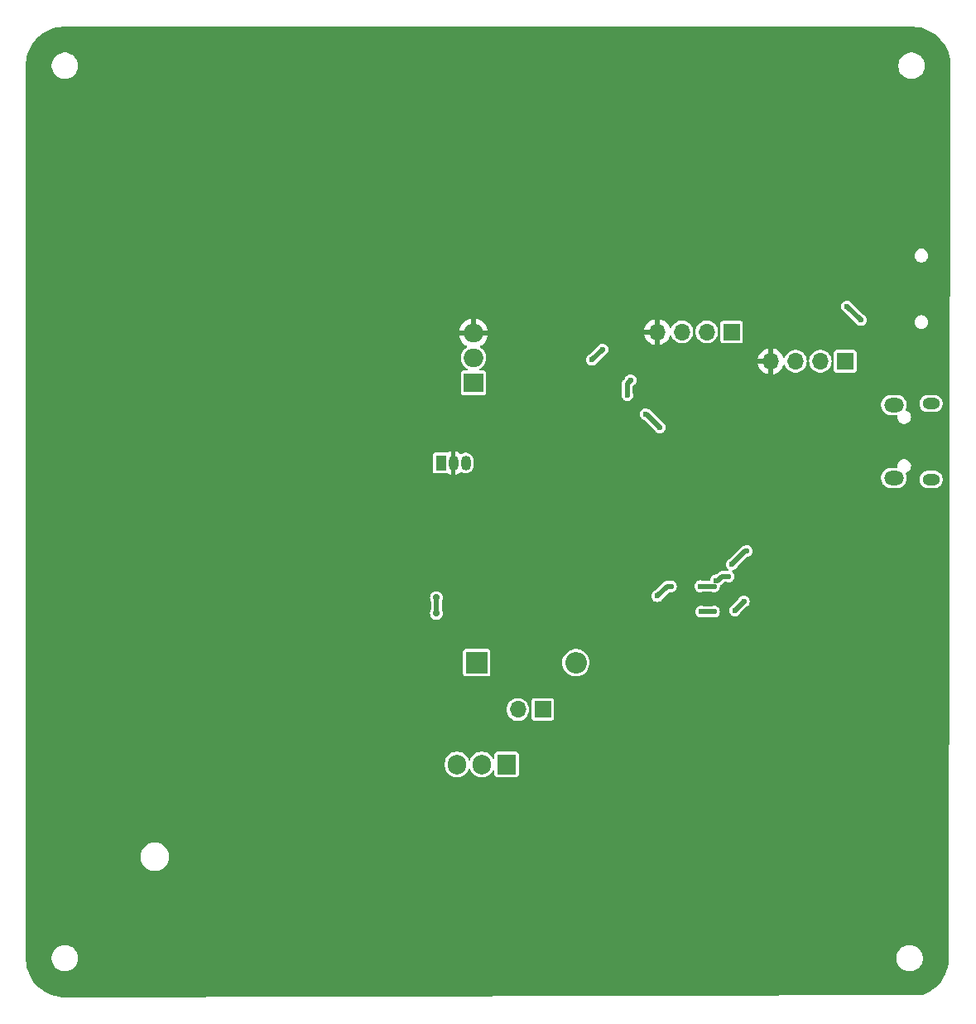
<source format=gbr>
%TF.GenerationSoftware,KiCad,Pcbnew,8.0.8*%
%TF.CreationDate,2025-03-02T22:50:39+11:00*%
%TF.ProjectId,STM32BMS,53544d33-3242-44d5-932e-6b696361645f,rev?*%
%TF.SameCoordinates,Original*%
%TF.FileFunction,Copper,L2,Bot*%
%TF.FilePolarity,Positive*%
%FSLAX46Y46*%
G04 Gerber Fmt 4.6, Leading zero omitted, Abs format (unit mm)*
G04 Created by KiCad (PCBNEW 8.0.8) date 2025-03-02 22:50:39*
%MOMM*%
%LPD*%
G01*
G04 APERTURE LIST*
%TA.AperFunction,ComponentPad*%
%ADD10R,2.200000X2.200000*%
%TD*%
%TA.AperFunction,ComponentPad*%
%ADD11O,2.200000X2.200000*%
%TD*%
%TA.AperFunction,ComponentPad*%
%ADD12R,1.050000X1.500000*%
%TD*%
%TA.AperFunction,ComponentPad*%
%ADD13O,1.050000X1.500000*%
%TD*%
%TA.AperFunction,HeatsinkPad*%
%ADD14O,1.800000X1.150000*%
%TD*%
%TA.AperFunction,HeatsinkPad*%
%ADD15O,2.000000X1.450000*%
%TD*%
%TA.AperFunction,ComponentPad*%
%ADD16R,1.905000X2.000000*%
%TD*%
%TA.AperFunction,ComponentPad*%
%ADD17O,1.905000X2.000000*%
%TD*%
%TA.AperFunction,ComponentPad*%
%ADD18R,2.000000X1.905000*%
%TD*%
%TA.AperFunction,ComponentPad*%
%ADD19O,2.000000X1.905000*%
%TD*%
%TA.AperFunction,ComponentPad*%
%ADD20R,1.700000X1.700000*%
%TD*%
%TA.AperFunction,ComponentPad*%
%ADD21O,1.700000X1.700000*%
%TD*%
%TA.AperFunction,ViaPad*%
%ADD22C,0.600000*%
%TD*%
%TA.AperFunction,ViaPad*%
%ADD23C,0.700000*%
%TD*%
%TA.AperFunction,Conductor*%
%ADD24C,0.500000*%
%TD*%
G04 APERTURE END LIST*
D10*
%TO.P,D2,1,K*%
%TO.N,Net-(D2-K)*%
X112920000Y-126200000D03*
D11*
%TO.P,D2,2,A*%
%TO.N,VBUS*%
X123080000Y-126200000D03*
%TD*%
D12*
%TO.P,U4,1,VCC*%
%TO.N,+3.3V*%
X109260000Y-105800000D03*
D13*
%TO.P,U4,2,GND*%
%TO.N,GND*%
X110530000Y-105800000D03*
%TO.P,U4,3,OUT*%
%TO.N,Net-(U4-OUT)*%
X111800000Y-105800000D03*
%TD*%
D14*
%TO.P,J1,6,Shield*%
%TO.N,unconnected-(J1-Shield-Pad6)_1*%
X159395000Y-107480000D03*
D15*
%TO.N,unconnected-(J1-Shield-Pad6)_3*%
X155595000Y-107330000D03*
%TO.N,unconnected-(J1-Shield-Pad6)_2*%
X155595000Y-99880000D03*
D14*
%TO.N,unconnected-(J1-Shield-Pad6)*%
X159395000Y-99730000D03*
%TD*%
D16*
%TO.P,Q3,1,G*%
%TO.N,Net-(Q3-G)*%
X116000000Y-136600000D03*
D17*
%TO.P,Q3,2,D*%
%TO.N,Net-(J4-Pin_2)*%
X113460000Y-136600000D03*
%TO.P,Q3,3,S*%
%TO.N,Net-(Q1-D)*%
X110920000Y-136600000D03*
%TD*%
D18*
%TO.P,Q1,1,G*%
%TO.N,Net-(Q1-G)*%
X112600000Y-97600000D03*
D19*
%TO.P,Q1,2,D*%
%TO.N,Net-(Q1-D)*%
X112600000Y-95060000D03*
%TO.P,Q1,3,S*%
%TO.N,GND*%
X112600000Y-92520000D03*
%TD*%
D20*
%TO.P,J4,1,Pin_1*%
%TO.N,Net-(D2-K)*%
X119675000Y-131000000D03*
D21*
%TO.P,J4,2,Pin_2*%
%TO.N,Net-(J4-Pin_2)*%
X117135000Y-131000000D03*
%TD*%
D20*
%TO.P,J2,1,Pin_1*%
%TO.N,+3.3V*%
X150620000Y-95400000D03*
D21*
%TO.P,J2,2,Pin_2*%
%TO.N,/SWDIO*%
X148080000Y-95400000D03*
%TO.P,J2,3,Pin_3*%
%TO.N,/SWCLK*%
X145540000Y-95400000D03*
%TO.P,J2,4,Pin_4*%
%TO.N,GND*%
X143000000Y-95400000D03*
%TD*%
D20*
%TO.P,J3,1,Pin_1*%
%TO.N,VBUS*%
X139000000Y-92400000D03*
D21*
%TO.P,J3,2,Pin_2*%
%TO.N,/I2C_SCL*%
X136460000Y-92400000D03*
%TO.P,J3,3,Pin_3*%
%TO.N,/I2C_SDA*%
X133920000Y-92400000D03*
%TO.P,J3,4,Pin_4*%
%TO.N,GND*%
X131380000Y-92400000D03*
%TD*%
D22*
%TO.N,GND*%
X116400000Y-123000000D03*
X149000000Y-108000000D03*
X126000000Y-111400000D03*
X127000000Y-99200000D03*
X118000000Y-105200000D03*
X132539339Y-110352229D03*
X157400000Y-110200000D03*
X156600000Y-102400000D03*
X148600000Y-112600000D03*
X155200000Y-84000000D03*
X153800000Y-112800000D03*
X139000000Y-110400000D03*
X144200000Y-102800000D03*
X112600000Y-90800000D03*
X124600000Y-104200000D03*
X133200000Y-97000000D03*
X123000000Y-101200000D03*
X149400000Y-113000000D03*
X151600000Y-123000000D03*
X149000000Y-108800000D03*
X113000000Y-109400000D03*
%TO.N,+3.3V*%
X124735070Y-95264930D03*
X137200000Y-121000000D03*
X152200000Y-91200000D03*
X135900000Y-121000000D03*
X140249620Y-119950380D03*
X150800000Y-89800000D03*
X139330380Y-120869620D03*
X125800000Y-94200000D03*
%TO.N,VBUS*%
X131650994Y-102154974D03*
X128654310Y-97345690D03*
X140550000Y-114800000D03*
X131400000Y-119400000D03*
X138700000Y-117400000D03*
X137400000Y-117800000D03*
X137200000Y-118400000D03*
X128335070Y-98864930D03*
X132800000Y-118400000D03*
X135800000Y-118400000D03*
X139050000Y-116162829D03*
X130200000Y-100800000D03*
D23*
%TO.N,Net-(Q1-D)*%
X108800000Y-121165000D03*
X108800000Y-119565000D03*
%TD*%
D24*
%TO.N,+3.3V*%
X140249620Y-119950380D02*
X139330380Y-120869620D01*
X152200000Y-91200000D02*
X150800000Y-89800000D01*
X137200000Y-121000000D02*
X136000000Y-121000000D01*
X125800000Y-94200000D02*
X124735070Y-95264930D01*
X136000000Y-121000000D02*
X135900000Y-121000000D01*
%TO.N,VBUS*%
X128335070Y-97664930D02*
X128654310Y-97345690D01*
X128335070Y-98864930D02*
X128335070Y-97664930D01*
X138700000Y-117400000D02*
X138000000Y-117400000D01*
X138000000Y-117400000D02*
X137600000Y-117800000D01*
X140412829Y-114800000D02*
X139050000Y-116162829D01*
X132400000Y-118400000D02*
X131400000Y-119400000D01*
X137200000Y-118400000D02*
X135800000Y-118400000D01*
X140550000Y-114800000D02*
X140412829Y-114800000D01*
X132800000Y-118400000D02*
X132400000Y-118400000D01*
X130296020Y-100800000D02*
X130200000Y-100800000D01*
X137600000Y-117800000D02*
X137400000Y-117800000D01*
X131650994Y-102154974D02*
X130296020Y-100800000D01*
%TO.N,Net-(Q1-D)*%
X108800000Y-119565000D02*
X108800000Y-121165000D01*
%TD*%
%TA.AperFunction,Conductor*%
%TO.N,GND*%
G36*
X157400570Y-61200006D02*
G01*
X157592162Y-61202357D01*
X157600611Y-61202824D01*
X157982444Y-61240432D01*
X157992027Y-61241853D01*
X158367755Y-61316589D01*
X158377150Y-61318943D01*
X158743728Y-61430144D01*
X158752857Y-61433411D01*
X159106767Y-61580004D01*
X159115532Y-61584149D01*
X159453372Y-61764729D01*
X159461681Y-61769710D01*
X159780192Y-61982532D01*
X159787988Y-61988314D01*
X160084091Y-62231318D01*
X160091290Y-62237842D01*
X160362157Y-62508709D01*
X160368681Y-62515908D01*
X160611685Y-62812011D01*
X160617469Y-62819811D01*
X160830285Y-63138312D01*
X160835274Y-63146635D01*
X161015845Y-63484458D01*
X161019999Y-63493241D01*
X161166585Y-63847133D01*
X161169858Y-63856280D01*
X161281052Y-64222835D01*
X161283413Y-64232259D01*
X161358144Y-64607959D01*
X161359569Y-64617569D01*
X161391554Y-64942322D01*
X161392031Y-64952226D01*
X161295000Y-113079983D01*
X161295000Y-113080000D01*
X161200001Y-156399480D01*
X161199994Y-156400477D01*
X161197643Y-156592142D01*
X161197173Y-156600632D01*
X161159569Y-156982430D01*
X161158144Y-156992040D01*
X161083413Y-157367740D01*
X161081052Y-157377164D01*
X160969858Y-157743719D01*
X160966585Y-157752866D01*
X160819999Y-158106758D01*
X160815845Y-158115541D01*
X160635274Y-158453364D01*
X160630279Y-158461698D01*
X160417472Y-158780185D01*
X160411685Y-158787988D01*
X160168681Y-159084091D01*
X160162157Y-159091290D01*
X159891290Y-159362157D01*
X159884091Y-159368681D01*
X159587988Y-159611685D01*
X159580185Y-159617472D01*
X159261698Y-159830279D01*
X159253364Y-159835274D01*
X158915541Y-160015845D01*
X158906758Y-160019999D01*
X158552866Y-160166585D01*
X158543718Y-160169858D01*
X158438924Y-160201646D01*
X158410397Y-160205909D01*
X70552422Y-160392049D01*
X70542509Y-160391572D01*
X70217569Y-160359569D01*
X70207958Y-160358144D01*
X69832259Y-160283413D01*
X69822835Y-160281052D01*
X69456280Y-160169858D01*
X69447133Y-160166585D01*
X69093241Y-160019999D01*
X69084458Y-160015845D01*
X68746635Y-159835274D01*
X68738312Y-159830285D01*
X68419811Y-159617469D01*
X68412011Y-159611685D01*
X68115908Y-159368681D01*
X68108709Y-159362157D01*
X67837842Y-159091290D01*
X67831318Y-159084091D01*
X67588314Y-158787988D01*
X67582532Y-158780192D01*
X67369710Y-158461681D01*
X67364729Y-158453372D01*
X67184149Y-158115532D01*
X67180004Y-158106767D01*
X67033411Y-157752857D01*
X67030144Y-157743728D01*
X66918943Y-157377150D01*
X66916589Y-157367755D01*
X66841853Y-156992027D01*
X66840432Y-156982444D01*
X66802824Y-156600611D01*
X66802357Y-156592162D01*
X66800006Y-156400477D01*
X66800000Y-156399356D01*
X66800000Y-156293709D01*
X69449500Y-156293709D01*
X69449500Y-156506290D01*
X69482752Y-156716238D01*
X69548443Y-156918412D01*
X69644948Y-157107815D01*
X69644950Y-157107819D01*
X69769891Y-157279786D01*
X69769893Y-157279788D01*
X69769896Y-157279792D01*
X69920208Y-157430104D01*
X69920211Y-157430106D01*
X69920213Y-157430108D01*
X70092180Y-157555049D01*
X70092184Y-157555051D01*
X70281588Y-157651557D01*
X70483757Y-157717246D01*
X70483758Y-157717246D01*
X70483761Y-157717247D01*
X70693710Y-157750500D01*
X70693713Y-157750500D01*
X70906290Y-157750500D01*
X71116238Y-157717247D01*
X71116239Y-157717246D01*
X71116243Y-157717246D01*
X71318412Y-157651557D01*
X71507816Y-157555051D01*
X71679792Y-157430104D01*
X71830104Y-157279792D01*
X71955051Y-157107816D01*
X72051557Y-156918412D01*
X72117246Y-156716243D01*
X72135557Y-156600632D01*
X72150500Y-156506290D01*
X72150500Y-156293709D01*
X155849500Y-156293709D01*
X155849500Y-156506290D01*
X155882752Y-156716238D01*
X155948443Y-156918412D01*
X156044948Y-157107815D01*
X156044950Y-157107819D01*
X156169891Y-157279786D01*
X156169893Y-157279788D01*
X156169896Y-157279792D01*
X156320208Y-157430104D01*
X156320211Y-157430106D01*
X156320213Y-157430108D01*
X156492180Y-157555049D01*
X156492184Y-157555051D01*
X156681588Y-157651557D01*
X156883757Y-157717246D01*
X156883758Y-157717246D01*
X156883761Y-157717247D01*
X157093710Y-157750500D01*
X157093713Y-157750500D01*
X157306290Y-157750500D01*
X157516238Y-157717247D01*
X157516239Y-157717246D01*
X157516243Y-157717246D01*
X157718412Y-157651557D01*
X157907816Y-157555051D01*
X158079792Y-157430104D01*
X158230104Y-157279792D01*
X158355051Y-157107816D01*
X158451557Y-156918412D01*
X158517246Y-156716243D01*
X158535557Y-156600632D01*
X158550500Y-156506290D01*
X158550500Y-156293709D01*
X158517247Y-156083761D01*
X158517246Y-156083757D01*
X158451557Y-155881588D01*
X158355051Y-155692184D01*
X158355049Y-155692180D01*
X158230108Y-155520213D01*
X158230106Y-155520211D01*
X158230104Y-155520208D01*
X158079792Y-155369896D01*
X158079788Y-155369893D01*
X158079786Y-155369891D01*
X157907819Y-155244950D01*
X157907815Y-155244948D01*
X157718412Y-155148443D01*
X157516238Y-155082752D01*
X157306290Y-155049500D01*
X157306287Y-155049500D01*
X157093713Y-155049500D01*
X157093710Y-155049500D01*
X156883761Y-155082752D01*
X156681587Y-155148443D01*
X156492184Y-155244948D01*
X156492180Y-155244950D01*
X156320213Y-155369891D01*
X156169891Y-155520213D01*
X156044950Y-155692180D01*
X156044948Y-155692184D01*
X155948443Y-155881587D01*
X155882752Y-156083761D01*
X155849500Y-156293709D01*
X72150500Y-156293709D01*
X72117247Y-156083761D01*
X72117246Y-156083757D01*
X72051557Y-155881588D01*
X71955051Y-155692184D01*
X71955049Y-155692180D01*
X71830108Y-155520213D01*
X71830106Y-155520211D01*
X71830104Y-155520208D01*
X71679792Y-155369896D01*
X71679788Y-155369893D01*
X71679786Y-155369891D01*
X71507819Y-155244950D01*
X71507815Y-155244948D01*
X71318412Y-155148443D01*
X71116238Y-155082752D01*
X70906290Y-155049500D01*
X70906287Y-155049500D01*
X70693713Y-155049500D01*
X70693710Y-155049500D01*
X70483761Y-155082752D01*
X70281587Y-155148443D01*
X70092184Y-155244948D01*
X70092180Y-155244950D01*
X69920213Y-155369891D01*
X69769891Y-155520213D01*
X69644950Y-155692180D01*
X69644948Y-155692184D01*
X69548443Y-155881587D01*
X69482752Y-156083761D01*
X69449500Y-156293709D01*
X66800000Y-156293709D01*
X66800000Y-145925739D01*
X78549500Y-145925739D01*
X78549500Y-146154060D01*
X78585214Y-146379555D01*
X78655769Y-146596699D01*
X78759420Y-146800127D01*
X78759424Y-146800133D01*
X78893616Y-146984831D01*
X78893618Y-146984833D01*
X78893621Y-146984837D01*
X79055063Y-147146279D01*
X79055066Y-147146281D01*
X79055068Y-147146283D01*
X79239766Y-147280475D01*
X79239772Y-147280479D01*
X79443201Y-147384131D01*
X79660340Y-147454684D01*
X79660341Y-147454684D01*
X79660344Y-147454685D01*
X79885840Y-147490400D01*
X79885843Y-147490400D01*
X80114160Y-147490400D01*
X80339655Y-147454685D01*
X80339656Y-147454684D01*
X80339660Y-147454684D01*
X80556799Y-147384131D01*
X80760228Y-147280479D01*
X80944937Y-147146279D01*
X81106379Y-146984837D01*
X81240579Y-146800128D01*
X81344231Y-146596699D01*
X81414784Y-146379560D01*
X81450500Y-146154057D01*
X81450500Y-145925743D01*
X81450500Y-145925739D01*
X81414785Y-145700244D01*
X81414784Y-145700240D01*
X81344231Y-145483101D01*
X81240579Y-145279672D01*
X81106379Y-145094963D01*
X80944937Y-144933521D01*
X80944933Y-144933518D01*
X80944931Y-144933516D01*
X80760233Y-144799324D01*
X80760227Y-144799320D01*
X80556799Y-144695669D01*
X80339655Y-144625114D01*
X80114160Y-144589400D01*
X80114157Y-144589400D01*
X79885843Y-144589400D01*
X79885840Y-144589400D01*
X79660344Y-144625114D01*
X79443200Y-144695669D01*
X79239772Y-144799320D01*
X79239766Y-144799324D01*
X79055068Y-144933516D01*
X78893616Y-145094968D01*
X78759424Y-145279666D01*
X78759420Y-145279672D01*
X78655769Y-145483100D01*
X78585214Y-145700244D01*
X78549500Y-145925739D01*
X66800000Y-145925739D01*
X66800000Y-136453883D01*
X109667000Y-136453883D01*
X109667000Y-136746116D01*
X109697851Y-136940907D01*
X109758799Y-137128485D01*
X109848335Y-137304211D01*
X109848338Y-137304215D01*
X109964265Y-137463775D01*
X110103725Y-137603235D01*
X110263285Y-137719162D01*
X110439015Y-137808701D01*
X110626588Y-137869647D01*
X110626589Y-137869647D01*
X110626592Y-137869648D01*
X110821384Y-137900500D01*
X110821387Y-137900500D01*
X111018616Y-137900500D01*
X111213407Y-137869648D01*
X111213408Y-137869647D01*
X111213412Y-137869647D01*
X111400985Y-137808701D01*
X111576715Y-137719162D01*
X111736275Y-137603235D01*
X111875735Y-137463775D01*
X111991662Y-137304215D01*
X112081201Y-137128485D01*
X112095845Y-137083414D01*
X112131809Y-137033915D01*
X112189999Y-137015007D01*
X112248190Y-137033914D01*
X112284154Y-137083414D01*
X112284155Y-137083415D01*
X112298798Y-137128483D01*
X112388335Y-137304211D01*
X112388338Y-137304215D01*
X112504265Y-137463775D01*
X112643725Y-137603235D01*
X112803285Y-137719162D01*
X112979015Y-137808701D01*
X113166588Y-137869647D01*
X113166589Y-137869647D01*
X113166592Y-137869648D01*
X113361384Y-137900500D01*
X113361387Y-137900500D01*
X113558616Y-137900500D01*
X113753407Y-137869648D01*
X113753408Y-137869647D01*
X113753412Y-137869647D01*
X113940985Y-137808701D01*
X114116715Y-137719162D01*
X114276275Y-137603235D01*
X114415735Y-137463775D01*
X114531662Y-137304215D01*
X114559790Y-137249009D01*
X114603054Y-137205745D01*
X114663486Y-137196173D01*
X114718003Y-137223950D01*
X114745781Y-137278466D01*
X114747000Y-137293954D01*
X114747000Y-137644860D01*
X114747001Y-137644863D01*
X114749914Y-137669990D01*
X114771626Y-137719162D01*
X114795294Y-137772765D01*
X114874735Y-137852206D01*
X114977509Y-137897585D01*
X115002635Y-137900500D01*
X116997364Y-137900499D01*
X117022491Y-137897585D01*
X117125265Y-137852206D01*
X117204706Y-137772765D01*
X117250085Y-137669991D01*
X117253000Y-137644865D01*
X117252999Y-135555136D01*
X117250085Y-135530009D01*
X117204706Y-135427235D01*
X117125265Y-135347794D01*
X117022491Y-135302415D01*
X117022490Y-135302414D01*
X117022488Y-135302414D01*
X116997368Y-135299500D01*
X115002639Y-135299500D01*
X115002636Y-135299501D01*
X114977509Y-135302414D01*
X114874735Y-135347794D01*
X114795294Y-135427235D01*
X114749914Y-135530011D01*
X114747000Y-135555130D01*
X114747000Y-135906044D01*
X114728093Y-135964235D01*
X114678593Y-136000199D01*
X114617407Y-136000199D01*
X114567907Y-135964235D01*
X114559790Y-135950989D01*
X114531663Y-135895787D01*
X114531662Y-135895785D01*
X114415735Y-135736225D01*
X114276275Y-135596765D01*
X114116715Y-135480838D01*
X114116714Y-135480837D01*
X114116712Y-135480836D01*
X113940985Y-135391299D01*
X113753407Y-135330351D01*
X113558616Y-135299500D01*
X113558613Y-135299500D01*
X113361387Y-135299500D01*
X113361384Y-135299500D01*
X113166592Y-135330351D01*
X112979014Y-135391299D01*
X112803287Y-135480836D01*
X112643726Y-135596764D01*
X112504264Y-135736226D01*
X112388336Y-135895787D01*
X112298799Y-136071514D01*
X112284155Y-136116585D01*
X112248191Y-136166085D01*
X112190000Y-136184992D01*
X112131809Y-136166085D01*
X112095845Y-136116585D01*
X112081201Y-136071515D01*
X111991662Y-135895785D01*
X111875735Y-135736225D01*
X111736275Y-135596765D01*
X111576715Y-135480838D01*
X111576714Y-135480837D01*
X111576712Y-135480836D01*
X111400985Y-135391299D01*
X111213407Y-135330351D01*
X111018616Y-135299500D01*
X111018613Y-135299500D01*
X110821387Y-135299500D01*
X110821384Y-135299500D01*
X110626592Y-135330351D01*
X110439014Y-135391299D01*
X110263287Y-135480836D01*
X110103726Y-135596764D01*
X109964264Y-135736226D01*
X109848336Y-135895787D01*
X109758799Y-136071514D01*
X109697851Y-136259092D01*
X109667000Y-136453883D01*
X66800000Y-136453883D01*
X66800000Y-131000000D01*
X115979571Y-131000000D01*
X115999244Y-131212310D01*
X116057595Y-131417389D01*
X116152634Y-131608255D01*
X116281128Y-131778407D01*
X116281135Y-131778413D01*
X116438692Y-131922047D01*
X116438699Y-131922053D01*
X116542389Y-131986255D01*
X116619981Y-132034298D01*
X116818802Y-132111321D01*
X117028390Y-132150500D01*
X117241610Y-132150500D01*
X117451198Y-132111321D01*
X117650019Y-132034298D01*
X117831302Y-131922052D01*
X117988872Y-131778407D01*
X118117366Y-131608255D01*
X118212405Y-131417389D01*
X118270756Y-131212310D01*
X118290429Y-131000000D01*
X118270756Y-130787690D01*
X118212405Y-130582611D01*
X118117366Y-130391745D01*
X117988872Y-130221593D01*
X117861119Y-130105130D01*
X118524500Y-130105130D01*
X118524500Y-131894860D01*
X118524501Y-131894863D01*
X118527414Y-131919990D01*
X118528325Y-131922053D01*
X118572794Y-132022765D01*
X118652235Y-132102206D01*
X118755009Y-132147585D01*
X118780135Y-132150500D01*
X120569864Y-132150499D01*
X120594991Y-132147585D01*
X120697765Y-132102206D01*
X120777206Y-132022765D01*
X120822585Y-131919991D01*
X120825500Y-131894865D01*
X120825499Y-130105136D01*
X120822585Y-130080009D01*
X120777206Y-129977235D01*
X120697765Y-129897794D01*
X120594991Y-129852415D01*
X120594990Y-129852414D01*
X120594988Y-129852414D01*
X120569868Y-129849500D01*
X118780139Y-129849500D01*
X118780136Y-129849501D01*
X118755009Y-129852414D01*
X118652235Y-129897794D01*
X118572794Y-129977235D01*
X118527414Y-130080011D01*
X118524500Y-130105130D01*
X117861119Y-130105130D01*
X117831307Y-130077952D01*
X117831300Y-130077946D01*
X117650024Y-129965705D01*
X117650019Y-129965702D01*
X117451198Y-129888679D01*
X117451197Y-129888678D01*
X117451195Y-129888678D01*
X117241610Y-129849500D01*
X117028390Y-129849500D01*
X116818804Y-129888678D01*
X116619980Y-129965702D01*
X116619975Y-129965705D01*
X116438699Y-130077946D01*
X116438692Y-130077952D01*
X116281135Y-130221586D01*
X116281131Y-130221589D01*
X116281128Y-130221593D01*
X116281125Y-130221597D01*
X116152635Y-130391743D01*
X116152630Y-130391752D01*
X116057596Y-130582608D01*
X115999244Y-130787688D01*
X115999244Y-130787690D01*
X115979571Y-131000000D01*
X66800000Y-131000000D01*
X66800000Y-125055130D01*
X111519500Y-125055130D01*
X111519500Y-127344860D01*
X111519501Y-127344863D01*
X111522414Y-127369990D01*
X111547756Y-127427385D01*
X111567794Y-127472765D01*
X111647235Y-127552206D01*
X111750009Y-127597585D01*
X111775135Y-127600500D01*
X114064864Y-127600499D01*
X114089991Y-127597585D01*
X114192765Y-127552206D01*
X114272206Y-127472765D01*
X114317585Y-127369991D01*
X114320500Y-127344865D01*
X114320499Y-126200000D01*
X121674700Y-126200000D01*
X121693865Y-126431303D01*
X121693866Y-126431305D01*
X121750843Y-126656300D01*
X121844076Y-126868849D01*
X121971021Y-127063153D01*
X122128216Y-127233913D01*
X122311374Y-127376470D01*
X122515497Y-127486936D01*
X122735019Y-127562298D01*
X122963951Y-127600500D01*
X123196049Y-127600500D01*
X123424981Y-127562298D01*
X123644503Y-127486936D01*
X123848626Y-127376470D01*
X124031784Y-127233913D01*
X124188979Y-127063153D01*
X124315924Y-126868849D01*
X124409157Y-126656300D01*
X124466134Y-126431305D01*
X124485300Y-126200000D01*
X124466134Y-125968695D01*
X124409157Y-125743700D01*
X124315924Y-125531151D01*
X124188979Y-125336847D01*
X124031784Y-125166087D01*
X123985486Y-125130052D01*
X123848629Y-125023532D01*
X123848626Y-125023530D01*
X123644506Y-124913065D01*
X123628221Y-124907474D01*
X123424981Y-124837702D01*
X123424978Y-124837701D01*
X123424977Y-124837701D01*
X123196049Y-124799500D01*
X122963951Y-124799500D01*
X122735022Y-124837701D01*
X122515493Y-124913065D01*
X122311373Y-125023530D01*
X122311370Y-125023532D01*
X122128219Y-125166084D01*
X121971020Y-125336848D01*
X121844075Y-125531153D01*
X121750843Y-125743701D01*
X121693865Y-125968696D01*
X121674700Y-126200000D01*
X114320499Y-126200000D01*
X114320499Y-125055136D01*
X114317585Y-125030009D01*
X114272206Y-124927235D01*
X114192765Y-124847794D01*
X114089991Y-124802415D01*
X114089990Y-124802414D01*
X114089988Y-124802414D01*
X114064868Y-124799500D01*
X111775139Y-124799500D01*
X111775136Y-124799501D01*
X111750009Y-124802414D01*
X111647235Y-124847794D01*
X111567794Y-124927235D01*
X111522414Y-125030011D01*
X111519500Y-125055130D01*
X66800000Y-125055130D01*
X66800000Y-119564998D01*
X108144722Y-119564998D01*
X108144722Y-119565001D01*
X108163762Y-119721816D01*
X108163763Y-119721818D01*
X108219780Y-119869523D01*
X108231974Y-119887190D01*
X108249500Y-119943428D01*
X108249500Y-120786570D01*
X108231976Y-120842807D01*
X108231679Y-120843238D01*
X108219781Y-120860475D01*
X108219780Y-120860476D01*
X108163763Y-121008182D01*
X108163762Y-121008183D01*
X108144722Y-121164998D01*
X108144722Y-121165001D01*
X108163762Y-121321816D01*
X108163763Y-121321817D01*
X108219780Y-121469523D01*
X108309515Y-121599528D01*
X108309516Y-121599529D01*
X108309517Y-121599530D01*
X108427760Y-121704283D01*
X108567635Y-121777696D01*
X108721015Y-121815500D01*
X108721018Y-121815500D01*
X108878982Y-121815500D01*
X108878985Y-121815500D01*
X109032365Y-121777696D01*
X109172240Y-121704283D01*
X109290483Y-121599530D01*
X109380220Y-121469523D01*
X109436237Y-121321818D01*
X109454372Y-121172459D01*
X109455278Y-121165001D01*
X109455278Y-121164998D01*
X109436237Y-121008183D01*
X109436237Y-121008182D01*
X109433134Y-120999999D01*
X135294318Y-120999999D01*
X135294318Y-121000000D01*
X135314955Y-121156758D01*
X135314957Y-121156766D01*
X135375462Y-121302838D01*
X135375462Y-121302839D01*
X135445532Y-121394156D01*
X135471718Y-121428282D01*
X135597159Y-121524536D01*
X135597160Y-121524536D01*
X135597161Y-121524537D01*
X135678035Y-121558036D01*
X135743238Y-121585044D01*
X135853271Y-121599530D01*
X135899999Y-121605682D01*
X135900000Y-121605682D01*
X135900001Y-121605682D01*
X135946729Y-121599530D01*
X136056762Y-121585044D01*
X136081179Y-121574929D01*
X136121966Y-121558036D01*
X136159851Y-121550500D01*
X136940149Y-121550500D01*
X136978034Y-121558036D01*
X137043233Y-121585042D01*
X137043238Y-121585044D01*
X137153271Y-121599530D01*
X137199999Y-121605682D01*
X137200000Y-121605682D01*
X137200001Y-121605682D01*
X137246729Y-121599530D01*
X137356762Y-121585044D01*
X137502841Y-121524536D01*
X137628282Y-121428282D01*
X137724536Y-121302841D01*
X137785044Y-121156762D01*
X137805682Y-121000000D01*
X137788517Y-120869619D01*
X138724698Y-120869619D01*
X138724698Y-120869620D01*
X138745335Y-121026378D01*
X138745337Y-121026386D01*
X138805842Y-121172458D01*
X138805842Y-121172459D01*
X138902093Y-121297896D01*
X138902098Y-121297902D01*
X138902102Y-121297905D01*
X138902103Y-121297906D01*
X138931462Y-121320433D01*
X139027539Y-121394156D01*
X139173618Y-121454664D01*
X139286484Y-121469523D01*
X139330379Y-121475302D01*
X139330380Y-121475302D01*
X139330381Y-121475302D01*
X139374276Y-121469523D01*
X139487142Y-121454664D01*
X139633221Y-121394156D01*
X139758662Y-121297902D01*
X139854916Y-121172461D01*
X139881923Y-121107256D01*
X139903380Y-121075142D01*
X140455142Y-120523380D01*
X140487254Y-120501924D01*
X140552461Y-120474916D01*
X140677902Y-120378662D01*
X140774156Y-120253221D01*
X140834664Y-120107142D01*
X140855302Y-119950380D01*
X140834664Y-119793618D01*
X140808700Y-119730936D01*
X140774157Y-119647541D01*
X140774157Y-119647540D01*
X140677906Y-119522103D01*
X140677905Y-119522102D01*
X140677902Y-119522098D01*
X140677897Y-119522094D01*
X140677896Y-119522093D01*
X140552458Y-119425842D01*
X140406386Y-119365337D01*
X140406378Y-119365335D01*
X140249621Y-119344698D01*
X140249619Y-119344698D01*
X140092861Y-119365335D01*
X140092853Y-119365337D01*
X139946781Y-119425842D01*
X139946780Y-119425842D01*
X139821343Y-119522093D01*
X139821333Y-119522103D01*
X139725084Y-119647537D01*
X139698075Y-119712742D01*
X139676615Y-119744859D01*
X139124858Y-120296616D01*
X139092740Y-120318076D01*
X139027540Y-120345083D01*
X138902103Y-120441333D01*
X138902093Y-120441343D01*
X138805842Y-120566780D01*
X138805842Y-120566781D01*
X138745337Y-120712853D01*
X138745335Y-120712861D01*
X138724698Y-120869619D01*
X137788517Y-120869619D01*
X137785044Y-120843238D01*
X137724537Y-120697161D01*
X137724537Y-120697160D01*
X137628286Y-120571723D01*
X137628285Y-120571722D01*
X137628282Y-120571718D01*
X137628277Y-120571714D01*
X137628276Y-120571713D01*
X137557104Y-120517101D01*
X137502841Y-120475464D01*
X137502840Y-120475463D01*
X137502838Y-120475462D01*
X137356766Y-120414957D01*
X137356758Y-120414955D01*
X137200001Y-120394318D01*
X137199999Y-120394318D01*
X137043241Y-120414955D01*
X137043233Y-120414957D01*
X136978034Y-120441964D01*
X136940149Y-120449500D01*
X136159851Y-120449500D01*
X136121966Y-120441964D01*
X136056766Y-120414957D01*
X136056758Y-120414955D01*
X135900001Y-120394318D01*
X135899999Y-120394318D01*
X135743241Y-120414955D01*
X135743233Y-120414957D01*
X135597161Y-120475462D01*
X135597160Y-120475462D01*
X135471723Y-120571713D01*
X135471713Y-120571723D01*
X135375462Y-120697160D01*
X135375462Y-120697161D01*
X135314957Y-120843233D01*
X135314955Y-120843241D01*
X135294318Y-120999999D01*
X109433134Y-120999999D01*
X109380220Y-120860477D01*
X109368023Y-120842807D01*
X109350500Y-120786570D01*
X109350500Y-119943428D01*
X109368025Y-119887190D01*
X109380220Y-119869523D01*
X109436237Y-119721818D01*
X109455278Y-119565000D01*
X109450069Y-119522103D01*
X109442584Y-119460454D01*
X109436237Y-119408182D01*
X109433134Y-119399999D01*
X130794318Y-119399999D01*
X130794318Y-119400000D01*
X130814955Y-119556758D01*
X130814957Y-119556766D01*
X130875462Y-119702838D01*
X130875462Y-119702839D01*
X130971713Y-119828276D01*
X130971718Y-119828282D01*
X131097159Y-119924536D01*
X131243238Y-119985044D01*
X131360809Y-120000522D01*
X131399999Y-120005682D01*
X131400000Y-120005682D01*
X131400001Y-120005682D01*
X131431352Y-120001554D01*
X131556762Y-119985044D01*
X131702841Y-119924536D01*
X131828282Y-119828282D01*
X131924536Y-119702841D01*
X131951543Y-119637636D01*
X131973000Y-119605522D01*
X132564748Y-119013774D01*
X132619263Y-118985999D01*
X132647666Y-118985627D01*
X132800000Y-119005682D01*
X132956762Y-118985044D01*
X133102841Y-118924536D01*
X133228282Y-118828282D01*
X133324536Y-118702841D01*
X133385044Y-118556762D01*
X133405682Y-118400000D01*
X133405682Y-118399999D01*
X135194318Y-118399999D01*
X135194318Y-118400000D01*
X135214955Y-118556758D01*
X135214957Y-118556766D01*
X135275462Y-118702838D01*
X135275462Y-118702839D01*
X135275464Y-118702841D01*
X135371718Y-118828282D01*
X135497159Y-118924536D01*
X135497160Y-118924536D01*
X135497161Y-118924537D01*
X135578035Y-118958036D01*
X135643238Y-118985044D01*
X135760809Y-119000522D01*
X135799999Y-119005682D01*
X135800000Y-119005682D01*
X135800001Y-119005682D01*
X135831352Y-119001554D01*
X135956762Y-118985044D01*
X135988946Y-118971713D01*
X136021966Y-118958036D01*
X136059851Y-118950500D01*
X136940149Y-118950500D01*
X136978034Y-118958036D01*
X137011054Y-118971713D01*
X137043238Y-118985044D01*
X137160809Y-119000522D01*
X137199999Y-119005682D01*
X137200000Y-119005682D01*
X137200001Y-119005682D01*
X137231352Y-119001554D01*
X137356762Y-118985044D01*
X137502841Y-118924536D01*
X137628282Y-118828282D01*
X137724536Y-118702841D01*
X137785044Y-118556762D01*
X137805682Y-118400000D01*
X137804150Y-118388365D01*
X137815299Y-118328206D01*
X137852801Y-118289707D01*
X137938015Y-118240510D01*
X138081366Y-118097159D01*
X138199030Y-117979496D01*
X138253546Y-117951719D01*
X138269033Y-117950500D01*
X138440149Y-117950500D01*
X138478034Y-117958036D01*
X138511054Y-117971713D01*
X138543238Y-117985044D01*
X138660809Y-118000522D01*
X138699999Y-118005682D01*
X138700000Y-118005682D01*
X138700001Y-118005682D01*
X138731352Y-118001554D01*
X138856762Y-117985044D01*
X139002841Y-117924536D01*
X139128282Y-117828282D01*
X139224536Y-117702841D01*
X139285044Y-117556762D01*
X139305682Y-117400000D01*
X139285044Y-117243238D01*
X139224537Y-117097161D01*
X139224537Y-117097160D01*
X139128286Y-116971723D01*
X139128285Y-116971722D01*
X139128282Y-116971718D01*
X139080391Y-116934970D01*
X139045737Y-116884546D01*
X139047339Y-116823382D01*
X139084586Y-116774840D01*
X139127736Y-116758276D01*
X139206762Y-116747873D01*
X139352841Y-116687365D01*
X139478282Y-116591111D01*
X139574536Y-116465670D01*
X139601543Y-116400465D01*
X139622999Y-116368353D01*
X140567319Y-115424033D01*
X140621834Y-115396258D01*
X140624356Y-115395892D01*
X140706762Y-115385044D01*
X140852841Y-115324536D01*
X140978282Y-115228282D01*
X141074536Y-115102841D01*
X141135044Y-114956762D01*
X141155682Y-114800000D01*
X141135044Y-114643238D01*
X141074537Y-114497161D01*
X141074537Y-114497160D01*
X140978286Y-114371723D01*
X140978285Y-114371722D01*
X140978282Y-114371718D01*
X140978277Y-114371714D01*
X140978276Y-114371713D01*
X140852838Y-114275462D01*
X140706766Y-114214957D01*
X140706758Y-114214955D01*
X140550001Y-114194318D01*
X140549999Y-114194318D01*
X140393241Y-114214955D01*
X140393232Y-114214957D01*
X140259935Y-114270171D01*
X140247674Y-114274333D01*
X140200347Y-114287014D01*
X140200346Y-114287014D01*
X140074811Y-114359492D01*
X138844476Y-115589825D01*
X138812360Y-115611285D01*
X138747157Y-115638293D01*
X138621723Y-115734542D01*
X138621713Y-115734552D01*
X138525462Y-115859989D01*
X138525462Y-115859990D01*
X138464957Y-116006062D01*
X138464955Y-116006070D01*
X138444318Y-116162828D01*
X138444318Y-116162829D01*
X138464955Y-116319587D01*
X138464957Y-116319595D01*
X138525462Y-116465667D01*
X138525462Y-116465668D01*
X138621713Y-116591105D01*
X138621718Y-116591111D01*
X138621722Y-116591114D01*
X138621723Y-116591115D01*
X138669606Y-116627857D01*
X138704262Y-116678282D01*
X138702660Y-116739446D01*
X138665413Y-116787988D01*
X138622262Y-116804552D01*
X138543240Y-116814955D01*
X138543233Y-116814957D01*
X138478034Y-116841964D01*
X138440149Y-116849500D01*
X137927525Y-116849500D01*
X137830627Y-116875464D01*
X137787515Y-116887016D01*
X137661982Y-116959492D01*
X137455035Y-117166438D01*
X137400519Y-117194215D01*
X137397954Y-117194587D01*
X137243241Y-117214955D01*
X137243233Y-117214957D01*
X137097161Y-117275462D01*
X137097160Y-117275462D01*
X136971723Y-117371713D01*
X136971713Y-117371723D01*
X136875462Y-117497160D01*
X136875462Y-117497161D01*
X136814957Y-117643233D01*
X136814955Y-117643240D01*
X136799134Y-117763422D01*
X136772793Y-117818647D01*
X136719023Y-117847842D01*
X136700981Y-117849500D01*
X136059851Y-117849500D01*
X136021966Y-117841964D01*
X135956766Y-117814957D01*
X135956758Y-117814955D01*
X135800001Y-117794318D01*
X135799999Y-117794318D01*
X135643241Y-117814955D01*
X135643233Y-117814957D01*
X135497161Y-117875462D01*
X135497160Y-117875462D01*
X135371723Y-117971713D01*
X135371713Y-117971723D01*
X135275462Y-118097160D01*
X135275462Y-118097161D01*
X135214957Y-118243233D01*
X135214955Y-118243241D01*
X135194318Y-118399999D01*
X133405682Y-118399999D01*
X133404150Y-118388367D01*
X133394226Y-118312984D01*
X133385044Y-118243238D01*
X133324537Y-118097161D01*
X133324537Y-118097160D01*
X133228286Y-117971723D01*
X133228285Y-117971722D01*
X133228282Y-117971718D01*
X133228277Y-117971714D01*
X133228276Y-117971713D01*
X133117896Y-117887016D01*
X133102841Y-117875464D01*
X133102840Y-117875463D01*
X133102838Y-117875462D01*
X132956766Y-117814957D01*
X132956758Y-117814955D01*
X132800001Y-117794318D01*
X132799999Y-117794318D01*
X132643241Y-117814955D01*
X132643233Y-117814957D01*
X132578034Y-117841964D01*
X132540149Y-117849500D01*
X132327525Y-117849500D01*
X132230627Y-117875464D01*
X132230626Y-117875463D01*
X132187515Y-117887015D01*
X132187511Y-117887017D01*
X132061986Y-117959489D01*
X131194477Y-118826996D01*
X131162360Y-118848456D01*
X131097160Y-118875463D01*
X130971723Y-118971713D01*
X130971713Y-118971723D01*
X130875462Y-119097160D01*
X130875462Y-119097161D01*
X130814957Y-119243233D01*
X130814955Y-119243241D01*
X130794318Y-119399999D01*
X109433134Y-119399999D01*
X109380220Y-119260477D01*
X109290483Y-119130470D01*
X109172240Y-119025717D01*
X109094741Y-118985042D01*
X109032364Y-118952303D01*
X108878987Y-118914500D01*
X108878985Y-118914500D01*
X108721015Y-118914500D01*
X108721012Y-118914500D01*
X108567635Y-118952303D01*
X108427758Y-119025718D01*
X108309515Y-119130471D01*
X108219780Y-119260476D01*
X108163763Y-119408182D01*
X108163762Y-119408183D01*
X108144722Y-119564998D01*
X66800000Y-119564998D01*
X66800000Y-107228994D01*
X154294500Y-107228994D01*
X154294500Y-107431005D01*
X154333908Y-107629124D01*
X154333910Y-107629130D01*
X154411213Y-107815755D01*
X154463970Y-107894712D01*
X154523442Y-107983718D01*
X154666282Y-108126558D01*
X154834244Y-108238786D01*
X155020873Y-108316091D01*
X155218997Y-108355500D01*
X155218998Y-108355500D01*
X155971002Y-108355500D01*
X155971003Y-108355500D01*
X156169127Y-108316091D01*
X156355756Y-108238786D01*
X156523718Y-108126558D01*
X156666558Y-107983718D01*
X156778786Y-107815756D01*
X156856091Y-107629127D01*
X156895500Y-107431003D01*
X156895500Y-107393768D01*
X158194500Y-107393768D01*
X158194500Y-107566231D01*
X158228145Y-107735373D01*
X158228145Y-107735375D01*
X158294139Y-107894700D01*
X158294145Y-107894712D01*
X158362660Y-107997249D01*
X158389955Y-108038099D01*
X158511901Y-108160045D01*
X158573034Y-108200893D01*
X158655287Y-108255854D01*
X158655299Y-108255860D01*
X158714153Y-108280238D01*
X158814626Y-108321855D01*
X158983771Y-108355500D01*
X158983772Y-108355500D01*
X159806228Y-108355500D01*
X159806229Y-108355500D01*
X159975374Y-108321855D01*
X160134705Y-108255858D01*
X160134707Y-108255856D01*
X160134712Y-108255854D01*
X160176115Y-108228188D01*
X160278099Y-108160045D01*
X160400045Y-108038099D01*
X160468188Y-107936115D01*
X160495854Y-107894712D01*
X160495860Y-107894700D01*
X160561855Y-107735374D01*
X160595500Y-107566229D01*
X160595500Y-107393771D01*
X160561855Y-107224626D01*
X160495858Y-107065295D01*
X160495854Y-107065287D01*
X160407692Y-106933346D01*
X160400045Y-106921901D01*
X160278099Y-106799955D01*
X160225468Y-106764788D01*
X160134712Y-106704145D01*
X160134700Y-106704139D01*
X159975374Y-106638145D01*
X159806231Y-106604500D01*
X159806229Y-106604500D01*
X158983771Y-106604500D01*
X158983768Y-106604500D01*
X158814626Y-106638145D01*
X158814624Y-106638145D01*
X158655299Y-106704139D01*
X158655287Y-106704145D01*
X158511901Y-106799955D01*
X158511897Y-106799958D01*
X158389958Y-106921897D01*
X158389955Y-106921901D01*
X158294145Y-107065287D01*
X158294139Y-107065299D01*
X158228145Y-107224624D01*
X158228145Y-107224626D01*
X158194500Y-107393768D01*
X156895500Y-107393768D01*
X156895500Y-107228997D01*
X156856091Y-107030873D01*
X156803797Y-106904627D01*
X156798997Y-106843633D01*
X156830966Y-106791463D01*
X156871566Y-106770621D01*
X156895225Y-106764790D01*
X157045852Y-106685734D01*
X157173183Y-106572929D01*
X157269818Y-106432930D01*
X157330140Y-106273872D01*
X157350645Y-106105000D01*
X157330140Y-105936128D01*
X157269818Y-105777070D01*
X157173183Y-105637071D01*
X157045852Y-105524266D01*
X156895225Y-105445210D01*
X156895224Y-105445209D01*
X156895223Y-105445209D01*
X156730058Y-105404500D01*
X156730056Y-105404500D01*
X156559944Y-105404500D01*
X156559941Y-105404500D01*
X156394776Y-105445209D01*
X156244146Y-105524267D01*
X156116818Y-105637069D01*
X156116816Y-105637072D01*
X156020182Y-105777070D01*
X155959860Y-105936129D01*
X155939355Y-106104998D01*
X155939355Y-106105001D01*
X155950109Y-106193567D01*
X155938354Y-106253612D01*
X155893550Y-106295280D01*
X155851831Y-106304500D01*
X155218994Y-106304500D01*
X155020875Y-106343908D01*
X155020869Y-106343910D01*
X154834244Y-106421213D01*
X154666285Y-106533439D01*
X154523439Y-106676285D01*
X154411213Y-106844244D01*
X154333910Y-107030869D01*
X154333908Y-107030875D01*
X154294500Y-107228994D01*
X66800000Y-107228994D01*
X66800000Y-105005130D01*
X108434500Y-105005130D01*
X108434500Y-106594860D01*
X108434501Y-106594863D01*
X108437414Y-106619990D01*
X108457822Y-106666208D01*
X108482794Y-106722765D01*
X108562235Y-106802206D01*
X108665009Y-106847585D01*
X108690135Y-106850500D01*
X109829864Y-106850499D01*
X109854991Y-106847585D01*
X109854991Y-106847584D01*
X109862390Y-106846727D01*
X109862534Y-106847969D01*
X109916046Y-106850565D01*
X109935929Y-106860812D01*
X110044482Y-106933345D01*
X110231016Y-107010609D01*
X110231019Y-107010610D01*
X110279999Y-107020352D01*
X110280000Y-107020352D01*
X110280000Y-106080330D01*
X110299745Y-106100075D01*
X110385255Y-106149444D01*
X110480630Y-106175000D01*
X110579370Y-106175000D01*
X110674745Y-106149444D01*
X110760255Y-106100075D01*
X110780000Y-106080330D01*
X110780000Y-107020352D01*
X110828980Y-107010610D01*
X110828983Y-107010609D01*
X111015515Y-106933346D01*
X111015527Y-106933340D01*
X111183396Y-106821171D01*
X111183405Y-106821164D01*
X111255041Y-106749528D01*
X111309557Y-106721750D01*
X111369989Y-106731321D01*
X111380042Y-106737213D01*
X111408979Y-106756548D01*
X111559211Y-106818776D01*
X111718695Y-106850500D01*
X111718696Y-106850500D01*
X111881304Y-106850500D01*
X111881305Y-106850500D01*
X112040789Y-106818776D01*
X112191021Y-106756548D01*
X112326225Y-106666208D01*
X112441208Y-106551225D01*
X112531548Y-106416021D01*
X112593776Y-106265789D01*
X112625500Y-106106305D01*
X112625500Y-105493695D01*
X112593776Y-105334211D01*
X112531548Y-105183979D01*
X112441208Y-105048775D01*
X112326225Y-104933792D01*
X112191021Y-104843452D01*
X112191020Y-104843451D01*
X112191018Y-104843450D01*
X112040790Y-104781224D01*
X111881305Y-104749500D01*
X111718695Y-104749500D01*
X111718694Y-104749500D01*
X111559209Y-104781224D01*
X111408979Y-104843451D01*
X111380044Y-104862784D01*
X111321155Y-104879391D01*
X111263752Y-104858211D01*
X111255041Y-104850471D01*
X111183403Y-104778833D01*
X111183399Y-104778830D01*
X111015527Y-104666659D01*
X111015515Y-104666653D01*
X110828984Y-104589390D01*
X110780000Y-104579646D01*
X110780000Y-105519670D01*
X110760255Y-105499925D01*
X110674745Y-105450556D01*
X110579370Y-105425000D01*
X110480630Y-105425000D01*
X110385255Y-105450556D01*
X110299745Y-105499925D01*
X110280000Y-105519670D01*
X110280000Y-104579646D01*
X110231015Y-104589390D01*
X110044482Y-104666654D01*
X109935926Y-104739188D01*
X109877037Y-104755796D01*
X109855147Y-104752433D01*
X109829868Y-104749500D01*
X108690139Y-104749500D01*
X108690136Y-104749501D01*
X108665009Y-104752414D01*
X108562235Y-104797794D01*
X108482794Y-104877235D01*
X108437414Y-104980011D01*
X108434500Y-105005130D01*
X66800000Y-105005130D01*
X66800000Y-100799999D01*
X129594318Y-100799999D01*
X129594318Y-100800000D01*
X129614955Y-100956758D01*
X129614957Y-100956766D01*
X129675462Y-101102838D01*
X129675462Y-101102839D01*
X129677121Y-101105001D01*
X129771718Y-101228282D01*
X129897159Y-101324536D01*
X130043238Y-101385044D01*
X130078208Y-101389647D01*
X130133433Y-101415986D01*
X130135291Y-101417796D01*
X131077989Y-102360493D01*
X131099449Y-102392611D01*
X131126458Y-102457815D01*
X131222712Y-102583256D01*
X131348153Y-102679510D01*
X131494232Y-102740018D01*
X131611803Y-102755496D01*
X131650993Y-102760656D01*
X131650994Y-102760656D01*
X131650995Y-102760656D01*
X131682346Y-102756528D01*
X131807756Y-102740018D01*
X131953835Y-102679510D01*
X132079276Y-102583256D01*
X132175530Y-102457815D01*
X132236038Y-102311736D01*
X132256676Y-102154974D01*
X132236038Y-101998212D01*
X132175531Y-101852135D01*
X132175531Y-101852134D01*
X132079280Y-101726697D01*
X132079279Y-101726696D01*
X132079276Y-101726692D01*
X132079271Y-101726688D01*
X132079270Y-101726687D01*
X132025891Y-101685728D01*
X131953835Y-101630438D01*
X131953833Y-101630437D01*
X131888631Y-101603429D01*
X131856513Y-101581969D01*
X131290977Y-101016433D01*
X130634035Y-100359490D01*
X130618334Y-100350425D01*
X130552049Y-100312155D01*
X130541282Y-100304961D01*
X130502838Y-100275462D01*
X130356766Y-100214957D01*
X130356758Y-100214955D01*
X130200001Y-100194318D01*
X130199999Y-100194318D01*
X130043241Y-100214955D01*
X130043233Y-100214957D01*
X129897161Y-100275462D01*
X129897160Y-100275462D01*
X129771723Y-100371713D01*
X129771713Y-100371723D01*
X129675462Y-100497160D01*
X129675462Y-100497161D01*
X129614957Y-100643233D01*
X129614955Y-100643241D01*
X129594318Y-100799999D01*
X66800000Y-100799999D01*
X66800000Y-99778994D01*
X154294500Y-99778994D01*
X154294500Y-99981005D01*
X154333908Y-100179124D01*
X154333910Y-100179130D01*
X154411213Y-100365755D01*
X154504828Y-100505860D01*
X154523442Y-100533718D01*
X154666282Y-100676558D01*
X154834244Y-100788786D01*
X155020873Y-100866091D01*
X155218997Y-100905500D01*
X155218998Y-100905500D01*
X155851831Y-100905500D01*
X155910022Y-100924407D01*
X155945986Y-100973907D01*
X155950109Y-101016433D01*
X155939618Y-101102838D01*
X155939355Y-101105000D01*
X155959860Y-101273872D01*
X156020182Y-101432930D01*
X156116816Y-101572927D01*
X156116818Y-101572930D01*
X156159260Y-101610530D01*
X156244148Y-101685734D01*
X156394775Y-101764790D01*
X156559944Y-101805500D01*
X156559947Y-101805500D01*
X156730053Y-101805500D01*
X156730056Y-101805500D01*
X156895225Y-101764790D01*
X157045852Y-101685734D01*
X157173183Y-101572929D01*
X157269818Y-101432930D01*
X157330140Y-101273872D01*
X157350645Y-101105000D01*
X157350382Y-101102838D01*
X157346994Y-101074938D01*
X157330140Y-100936128D01*
X157269818Y-100777070D01*
X157173183Y-100637071D01*
X157137545Y-100605499D01*
X157045853Y-100524267D01*
X157045852Y-100524266D01*
X156970538Y-100484738D01*
X156895224Y-100445209D01*
X156871569Y-100439379D01*
X156819595Y-100407094D01*
X156796523Y-100350425D01*
X156803799Y-100305370D01*
X156810953Y-100288098D01*
X156856091Y-100179127D01*
X156895500Y-99981003D01*
X156895500Y-99778997D01*
X156868601Y-99643768D01*
X158194500Y-99643768D01*
X158194500Y-99816231D01*
X158228145Y-99985373D01*
X158228145Y-99985375D01*
X158294139Y-100144700D01*
X158294145Y-100144712D01*
X158362660Y-100247249D01*
X158389955Y-100288099D01*
X158511901Y-100410045D01*
X158564528Y-100445209D01*
X158655287Y-100505854D01*
X158655299Y-100505860D01*
X158699736Y-100524266D01*
X158814626Y-100571855D01*
X158983771Y-100605500D01*
X158983772Y-100605500D01*
X159806228Y-100605500D01*
X159806229Y-100605500D01*
X159975374Y-100571855D01*
X160134705Y-100505858D01*
X160134707Y-100505856D01*
X160134712Y-100505854D01*
X160176115Y-100478188D01*
X160278099Y-100410045D01*
X160400045Y-100288099D01*
X160472860Y-100179124D01*
X160495854Y-100144712D01*
X160495860Y-100144700D01*
X160561855Y-99985374D01*
X160595500Y-99816229D01*
X160595500Y-99643771D01*
X160561855Y-99474626D01*
X160495858Y-99315295D01*
X160495854Y-99315287D01*
X160436381Y-99226282D01*
X160400045Y-99171901D01*
X160278099Y-99049955D01*
X160235795Y-99021688D01*
X160134712Y-98954145D01*
X160134700Y-98954139D01*
X159975374Y-98888145D01*
X159806231Y-98854500D01*
X159806229Y-98854500D01*
X158983771Y-98854500D01*
X158983768Y-98854500D01*
X158814626Y-98888145D01*
X158814624Y-98888145D01*
X158655299Y-98954139D01*
X158655287Y-98954145D01*
X158511901Y-99049955D01*
X158511897Y-99049958D01*
X158389958Y-99171897D01*
X158389955Y-99171901D01*
X158294145Y-99315287D01*
X158294139Y-99315299D01*
X158228145Y-99474624D01*
X158228145Y-99474626D01*
X158194500Y-99643768D01*
X156868601Y-99643768D01*
X156856091Y-99580873D01*
X156778786Y-99394244D01*
X156666558Y-99226282D01*
X156523718Y-99083442D01*
X156523714Y-99083439D01*
X156355755Y-98971213D01*
X156169130Y-98893910D01*
X156169124Y-98893908D01*
X155971005Y-98854500D01*
X155971003Y-98854500D01*
X155218997Y-98854500D01*
X155218994Y-98854500D01*
X155020875Y-98893908D01*
X155020869Y-98893910D01*
X154834244Y-98971213D01*
X154666285Y-99083439D01*
X154523439Y-99226285D01*
X154411213Y-99394244D01*
X154333910Y-99580869D01*
X154333908Y-99580875D01*
X154294500Y-99778994D01*
X66800000Y-99778994D01*
X66800000Y-98864929D01*
X127729388Y-98864929D01*
X127729388Y-98864930D01*
X127750025Y-99021688D01*
X127750027Y-99021696D01*
X127810532Y-99167768D01*
X127810532Y-99167769D01*
X127810534Y-99167771D01*
X127906788Y-99293212D01*
X128032229Y-99389466D01*
X128178308Y-99449974D01*
X128295879Y-99465452D01*
X128335069Y-99470612D01*
X128335070Y-99470612D01*
X128335071Y-99470612D01*
X128366422Y-99466484D01*
X128491832Y-99449974D01*
X128637911Y-99389466D01*
X128763352Y-99293212D01*
X128859606Y-99167771D01*
X128920114Y-99021692D01*
X128940752Y-98864930D01*
X128920114Y-98708168D01*
X128920112Y-98708162D01*
X128893106Y-98642963D01*
X128885570Y-98605078D01*
X128885570Y-97966025D01*
X128904477Y-97907834D01*
X128946684Y-97874561D01*
X128957151Y-97870226D01*
X129082592Y-97773972D01*
X129178846Y-97648531D01*
X129239354Y-97502452D01*
X129259992Y-97345690D01*
X129239354Y-97188928D01*
X129178847Y-97042851D01*
X129178847Y-97042850D01*
X129082596Y-96917413D01*
X129082595Y-96917412D01*
X129082592Y-96917408D01*
X129082587Y-96917404D01*
X129082586Y-96917403D01*
X128957148Y-96821152D01*
X128811076Y-96760647D01*
X128811068Y-96760645D01*
X128654311Y-96740008D01*
X128654309Y-96740008D01*
X128497551Y-96760645D01*
X128497543Y-96760647D01*
X128351471Y-96821152D01*
X128351470Y-96821152D01*
X128226033Y-96917403D01*
X128226023Y-96917413D01*
X128129776Y-97042845D01*
X128129774Y-97042848D01*
X128129774Y-97042849D01*
X128121783Y-97062140D01*
X128102763Y-97108055D01*
X128081304Y-97140169D01*
X127894559Y-97326915D01*
X127894558Y-97326917D01*
X127880125Y-97351917D01*
X127822086Y-97452443D01*
X127784570Y-97592455D01*
X127784570Y-98605078D01*
X127777034Y-98642963D01*
X127750027Y-98708162D01*
X127750025Y-98708171D01*
X127729388Y-98864929D01*
X66800000Y-98864929D01*
X66800000Y-92270000D01*
X111121491Y-92270000D01*
X112109252Y-92270000D01*
X112087482Y-92307708D01*
X112050000Y-92447591D01*
X112050000Y-92592409D01*
X112087482Y-92732292D01*
X112109252Y-92770000D01*
X111121491Y-92770000D01*
X111135764Y-92860123D01*
X111206416Y-93077566D01*
X111310209Y-93281273D01*
X111444594Y-93466238D01*
X111606261Y-93627905D01*
X111791227Y-93762291D01*
X111791229Y-93762292D01*
X111892215Y-93813746D01*
X111935480Y-93857010D01*
X111945052Y-93917442D01*
X111917275Y-93971959D01*
X111899012Y-93986359D01*
X111895795Y-93988330D01*
X111736226Y-94104264D01*
X111596764Y-94243726D01*
X111480836Y-94403287D01*
X111391299Y-94579014D01*
X111330351Y-94766592D01*
X111299500Y-94961383D01*
X111299500Y-95158616D01*
X111330351Y-95353407D01*
X111391299Y-95540985D01*
X111475891Y-95707007D01*
X111480838Y-95716715D01*
X111596765Y-95876275D01*
X111736225Y-96015735D01*
X111895785Y-96131662D01*
X111950990Y-96159790D01*
X111994254Y-96203055D01*
X112003826Y-96263487D01*
X111976049Y-96318003D01*
X111921532Y-96345781D01*
X111906045Y-96347000D01*
X111555139Y-96347000D01*
X111555136Y-96347001D01*
X111530009Y-96349914D01*
X111427235Y-96395294D01*
X111347794Y-96474735D01*
X111302414Y-96577511D01*
X111299500Y-96602630D01*
X111299500Y-98597360D01*
X111299501Y-98597363D01*
X111302414Y-98622490D01*
X111311454Y-98642963D01*
X111347794Y-98725265D01*
X111427235Y-98804706D01*
X111530009Y-98850085D01*
X111555135Y-98853000D01*
X113644864Y-98852999D01*
X113669991Y-98850085D01*
X113772765Y-98804706D01*
X113852206Y-98725265D01*
X113897585Y-98622491D01*
X113900500Y-98597365D01*
X113900499Y-96602636D01*
X113897585Y-96577509D01*
X113852206Y-96474735D01*
X113772765Y-96395294D01*
X113669991Y-96349915D01*
X113669990Y-96349914D01*
X113669988Y-96349914D01*
X113644869Y-96347000D01*
X113293955Y-96347000D01*
X113235764Y-96328093D01*
X113199800Y-96278593D01*
X113199800Y-96217407D01*
X113235764Y-96167907D01*
X113249006Y-96159792D01*
X113304215Y-96131662D01*
X113463775Y-96015735D01*
X113603235Y-95876275D01*
X113719162Y-95716715D01*
X113808701Y-95540985D01*
X113869647Y-95353412D01*
X113883661Y-95264930D01*
X113883661Y-95264929D01*
X124129388Y-95264929D01*
X124129388Y-95264930D01*
X124150025Y-95421688D01*
X124150027Y-95421696D01*
X124210532Y-95567768D01*
X124210532Y-95567769D01*
X124273630Y-95650000D01*
X124306788Y-95693212D01*
X124432229Y-95789466D01*
X124578308Y-95849974D01*
X124695879Y-95865452D01*
X124735069Y-95870612D01*
X124735070Y-95870612D01*
X124735071Y-95870612D01*
X124770671Y-95865925D01*
X124891832Y-95849974D01*
X125037911Y-95789466D01*
X125163352Y-95693212D01*
X125259606Y-95567771D01*
X125286613Y-95502566D01*
X125308069Y-95470454D01*
X125628523Y-95150000D01*
X141669364Y-95150000D01*
X142566988Y-95150000D01*
X142534075Y-95207007D01*
X142500000Y-95334174D01*
X142500000Y-95465826D01*
X142534075Y-95592993D01*
X142566988Y-95650000D01*
X141669364Y-95650000D01*
X141726569Y-95863489D01*
X141826399Y-96077577D01*
X141961886Y-96271073D01*
X142128926Y-96438113D01*
X142322422Y-96573600D01*
X142536509Y-96673430D01*
X142750000Y-96730634D01*
X142750000Y-95833012D01*
X142807007Y-95865925D01*
X142934174Y-95900000D01*
X143065826Y-95900000D01*
X143192993Y-95865925D01*
X143250000Y-95833012D01*
X143250000Y-96730633D01*
X143463490Y-96673430D01*
X143677577Y-96573600D01*
X143871073Y-96438113D01*
X144038113Y-96271073D01*
X144173600Y-96077577D01*
X144273431Y-95863488D01*
X144279958Y-95839130D01*
X144313281Y-95787815D01*
X144370402Y-95765888D01*
X144429503Y-95781723D01*
X144464206Y-95820624D01*
X144557630Y-96008248D01*
X144557632Y-96008252D01*
X144557634Y-96008255D01*
X144686128Y-96178407D01*
X144756734Y-96242773D01*
X144843692Y-96322047D01*
X144843699Y-96322053D01*
X144888698Y-96349915D01*
X145024981Y-96434298D01*
X145223802Y-96511321D01*
X145433390Y-96550500D01*
X145646610Y-96550500D01*
X145856198Y-96511321D01*
X146055019Y-96434298D01*
X146236302Y-96322052D01*
X146393872Y-96178407D01*
X146522366Y-96008255D01*
X146617405Y-95817389D01*
X146675756Y-95612310D01*
X146695429Y-95400000D01*
X146924571Y-95400000D01*
X146944244Y-95612310D01*
X147002595Y-95817389D01*
X147097634Y-96008255D01*
X147226128Y-96178407D01*
X147296734Y-96242773D01*
X147383692Y-96322047D01*
X147383699Y-96322053D01*
X147428698Y-96349915D01*
X147564981Y-96434298D01*
X147763802Y-96511321D01*
X147973390Y-96550500D01*
X148186610Y-96550500D01*
X148396198Y-96511321D01*
X148595019Y-96434298D01*
X148776302Y-96322052D01*
X148933872Y-96178407D01*
X149062366Y-96008255D01*
X149157405Y-95817389D01*
X149215756Y-95612310D01*
X149235429Y-95400000D01*
X149215756Y-95187690D01*
X149157405Y-94982611D01*
X149062366Y-94791745D01*
X148933872Y-94621593D01*
X148806119Y-94505130D01*
X149469500Y-94505130D01*
X149469500Y-96294860D01*
X149469501Y-96294863D01*
X149472414Y-96319990D01*
X149497756Y-96377385D01*
X149517794Y-96422765D01*
X149597235Y-96502206D01*
X149700009Y-96547585D01*
X149725135Y-96550500D01*
X151514864Y-96550499D01*
X151539991Y-96547585D01*
X151642765Y-96502206D01*
X151722206Y-96422765D01*
X151767585Y-96319991D01*
X151770500Y-96294865D01*
X151770499Y-94505136D01*
X151767585Y-94480009D01*
X151722206Y-94377235D01*
X151642765Y-94297794D01*
X151539991Y-94252415D01*
X151539990Y-94252414D01*
X151539988Y-94252414D01*
X151514868Y-94249500D01*
X149725139Y-94249500D01*
X149725136Y-94249501D01*
X149700009Y-94252414D01*
X149597235Y-94297794D01*
X149517794Y-94377235D01*
X149472414Y-94480011D01*
X149469500Y-94505130D01*
X148806119Y-94505130D01*
X148776307Y-94477952D01*
X148776300Y-94477946D01*
X148595024Y-94365705D01*
X148595019Y-94365702D01*
X148571932Y-94356758D01*
X148396198Y-94288679D01*
X148396197Y-94288678D01*
X148396195Y-94288678D01*
X148186610Y-94249500D01*
X147973390Y-94249500D01*
X147763804Y-94288678D01*
X147564980Y-94365702D01*
X147564975Y-94365705D01*
X147383699Y-94477946D01*
X147383692Y-94477952D01*
X147226135Y-94621586D01*
X147226131Y-94621589D01*
X147226128Y-94621593D01*
X147226125Y-94621597D01*
X147097635Y-94791743D01*
X147097630Y-94791752D01*
X147004206Y-94979375D01*
X147002595Y-94982611D01*
X146995970Y-95005895D01*
X146944244Y-95187688D01*
X146928888Y-95353407D01*
X146924571Y-95400000D01*
X146695429Y-95400000D01*
X146675756Y-95187690D01*
X146617405Y-94982611D01*
X146522366Y-94791745D01*
X146393872Y-94621593D01*
X146266119Y-94505130D01*
X146236307Y-94477952D01*
X146236300Y-94477946D01*
X146055024Y-94365705D01*
X146055019Y-94365702D01*
X146031932Y-94356758D01*
X145856198Y-94288679D01*
X145856197Y-94288678D01*
X145856195Y-94288678D01*
X145646610Y-94249500D01*
X145433390Y-94249500D01*
X145223804Y-94288678D01*
X145024980Y-94365702D01*
X145024975Y-94365705D01*
X144843699Y-94477946D01*
X144843692Y-94477952D01*
X144686135Y-94621586D01*
X144686131Y-94621589D01*
X144686128Y-94621593D01*
X144686125Y-94621597D01*
X144557635Y-94791743D01*
X144557630Y-94791752D01*
X144464206Y-94979375D01*
X144421343Y-95023037D01*
X144361002Y-95033167D01*
X144306231Y-95005895D01*
X144279958Y-94960869D01*
X144273430Y-94936506D01*
X144273429Y-94936505D01*
X144173605Y-94722432D01*
X144173601Y-94722424D01*
X144038113Y-94528926D01*
X143871073Y-94361886D01*
X143677577Y-94226399D01*
X143463489Y-94126569D01*
X143250000Y-94069364D01*
X143250000Y-94966988D01*
X143192993Y-94934075D01*
X143065826Y-94900000D01*
X142934174Y-94900000D01*
X142807007Y-94934075D01*
X142750000Y-94966988D01*
X142750000Y-94069364D01*
X142536505Y-94126570D01*
X142322432Y-94226394D01*
X142322424Y-94226398D01*
X142128926Y-94361886D01*
X141961886Y-94528926D01*
X141826398Y-94722424D01*
X141826394Y-94722432D01*
X141726570Y-94936505D01*
X141669364Y-95150000D01*
X125628523Y-95150000D01*
X126005524Y-94772999D01*
X126037636Y-94751543D01*
X126102841Y-94724536D01*
X126228282Y-94628282D01*
X126324536Y-94502841D01*
X126385044Y-94356762D01*
X126405682Y-94200000D01*
X126385044Y-94043238D01*
X126361484Y-93986359D01*
X126324537Y-93897161D01*
X126324537Y-93897160D01*
X126228286Y-93771723D01*
X126228285Y-93771722D01*
X126228282Y-93771718D01*
X126228277Y-93771714D01*
X126228276Y-93771713D01*
X126102838Y-93675462D01*
X125956766Y-93614957D01*
X125956758Y-93614955D01*
X125800001Y-93594318D01*
X125799999Y-93594318D01*
X125643241Y-93614955D01*
X125643233Y-93614957D01*
X125497161Y-93675462D01*
X125497160Y-93675462D01*
X125371723Y-93771713D01*
X125371713Y-93771723D01*
X125275464Y-93897157D01*
X125248456Y-93962360D01*
X125226996Y-93994477D01*
X124529547Y-94691926D01*
X124497430Y-94713386D01*
X124432227Y-94740394D01*
X124306793Y-94836643D01*
X124306783Y-94836653D01*
X124210532Y-94962090D01*
X124210532Y-94962091D01*
X124150027Y-95108163D01*
X124150025Y-95108171D01*
X124129388Y-95264929D01*
X113883661Y-95264929D01*
X113900500Y-95158616D01*
X113900500Y-94961383D01*
X113869648Y-94766592D01*
X113861136Y-94740394D01*
X113808701Y-94579015D01*
X113719162Y-94403285D01*
X113603235Y-94243725D01*
X113463775Y-94104265D01*
X113304215Y-93988338D01*
X113304213Y-93988337D01*
X113304209Y-93988334D01*
X113300993Y-93986363D01*
X113261261Y-93939834D01*
X113256465Y-93878836D01*
X113288439Y-93826670D01*
X113307784Y-93813746D01*
X113408771Y-93762291D01*
X113408772Y-93762291D01*
X113593738Y-93627905D01*
X113755405Y-93466238D01*
X113889790Y-93281273D01*
X113993583Y-93077566D01*
X114064235Y-92860123D01*
X114078509Y-92770000D01*
X113090748Y-92770000D01*
X113112518Y-92732292D01*
X113150000Y-92592409D01*
X113150000Y-92447591D01*
X113112518Y-92307708D01*
X113090748Y-92270000D01*
X114078509Y-92270000D01*
X114064235Y-92179876D01*
X114054528Y-92150000D01*
X130049364Y-92150000D01*
X130946988Y-92150000D01*
X130914075Y-92207007D01*
X130880000Y-92334174D01*
X130880000Y-92465826D01*
X130914075Y-92592993D01*
X130946988Y-92650000D01*
X130049364Y-92650000D01*
X130106569Y-92863489D01*
X130206399Y-93077577D01*
X130341886Y-93271073D01*
X130508926Y-93438113D01*
X130702422Y-93573600D01*
X130916509Y-93673430D01*
X131130000Y-93730634D01*
X131130000Y-92833012D01*
X131187007Y-92865925D01*
X131314174Y-92900000D01*
X131445826Y-92900000D01*
X131572993Y-92865925D01*
X131630000Y-92833012D01*
X131630000Y-93730633D01*
X131843490Y-93673430D01*
X132057577Y-93573600D01*
X132251073Y-93438113D01*
X132418113Y-93271073D01*
X132553600Y-93077577D01*
X132653431Y-92863488D01*
X132659958Y-92839130D01*
X132693281Y-92787815D01*
X132750402Y-92765888D01*
X132809503Y-92781723D01*
X132844206Y-92820624D01*
X132937630Y-93008248D01*
X132937632Y-93008252D01*
X132937634Y-93008255D01*
X133066128Y-93178407D01*
X133066135Y-93178413D01*
X133223692Y-93322047D01*
X133223699Y-93322053D01*
X133327389Y-93386255D01*
X133404981Y-93434298D01*
X133603802Y-93511321D01*
X133813390Y-93550500D01*
X134026610Y-93550500D01*
X134236198Y-93511321D01*
X134435019Y-93434298D01*
X134616302Y-93322052D01*
X134773872Y-93178407D01*
X134902366Y-93008255D01*
X134997405Y-92817389D01*
X135055756Y-92612310D01*
X135075429Y-92400000D01*
X135304571Y-92400000D01*
X135324244Y-92612310D01*
X135382595Y-92817389D01*
X135477634Y-93008255D01*
X135606128Y-93178407D01*
X135606135Y-93178413D01*
X135763692Y-93322047D01*
X135763699Y-93322053D01*
X135867389Y-93386255D01*
X135944981Y-93434298D01*
X136143802Y-93511321D01*
X136353390Y-93550500D01*
X136566610Y-93550500D01*
X136776198Y-93511321D01*
X136975019Y-93434298D01*
X137156302Y-93322052D01*
X137313872Y-93178407D01*
X137442366Y-93008255D01*
X137537405Y-92817389D01*
X137595756Y-92612310D01*
X137615429Y-92400000D01*
X137595756Y-92187690D01*
X137537405Y-91982611D01*
X137442366Y-91791745D01*
X137313872Y-91621593D01*
X137186119Y-91505130D01*
X137849500Y-91505130D01*
X137849500Y-93294860D01*
X137849501Y-93294863D01*
X137852414Y-93319990D01*
X137853325Y-93322053D01*
X137897794Y-93422765D01*
X137977235Y-93502206D01*
X138080009Y-93547585D01*
X138105135Y-93550500D01*
X139894864Y-93550499D01*
X139919991Y-93547585D01*
X140022765Y-93502206D01*
X140102206Y-93422765D01*
X140147585Y-93319991D01*
X140150500Y-93294865D01*
X140150499Y-91505136D01*
X140147585Y-91480009D01*
X140102206Y-91377235D01*
X140022765Y-91297794D01*
X139919991Y-91252415D01*
X139919990Y-91252414D01*
X139919988Y-91252414D01*
X139894868Y-91249500D01*
X138105139Y-91249500D01*
X138105136Y-91249501D01*
X138080009Y-91252414D01*
X137977235Y-91297794D01*
X137897794Y-91377235D01*
X137852414Y-91480011D01*
X137849500Y-91505130D01*
X137186119Y-91505130D01*
X137156307Y-91477952D01*
X137156300Y-91477946D01*
X136975024Y-91365705D01*
X136975019Y-91365702D01*
X136885452Y-91331004D01*
X136776198Y-91288679D01*
X136776197Y-91288678D01*
X136776195Y-91288678D01*
X136566610Y-91249500D01*
X136353390Y-91249500D01*
X136143804Y-91288678D01*
X135944980Y-91365702D01*
X135944975Y-91365705D01*
X135763699Y-91477946D01*
X135763692Y-91477952D01*
X135606135Y-91621586D01*
X135606131Y-91621589D01*
X135606128Y-91621593D01*
X135606125Y-91621597D01*
X135477635Y-91791743D01*
X135477630Y-91791752D01*
X135405552Y-91936506D01*
X135382595Y-91982611D01*
X135371737Y-92020771D01*
X135324244Y-92187688D01*
X135304571Y-92400000D01*
X135075429Y-92400000D01*
X135055756Y-92187690D01*
X134997405Y-91982611D01*
X134902366Y-91791745D01*
X134773872Y-91621593D01*
X134646119Y-91505130D01*
X134616307Y-91477952D01*
X134616300Y-91477946D01*
X134435024Y-91365705D01*
X134435019Y-91365702D01*
X134345452Y-91331004D01*
X134236198Y-91288679D01*
X134236197Y-91288678D01*
X134236195Y-91288678D01*
X134026610Y-91249500D01*
X133813390Y-91249500D01*
X133603804Y-91288678D01*
X133404980Y-91365702D01*
X133404975Y-91365705D01*
X133223699Y-91477946D01*
X133223692Y-91477952D01*
X133066135Y-91621586D01*
X133066131Y-91621589D01*
X133066128Y-91621593D01*
X133066125Y-91621597D01*
X132937635Y-91791743D01*
X132937630Y-91791752D01*
X132844206Y-91979375D01*
X132801343Y-92023037D01*
X132741002Y-92033167D01*
X132686231Y-92005895D01*
X132659958Y-91960869D01*
X132653430Y-91936506D01*
X132653429Y-91936505D01*
X132553605Y-91722432D01*
X132553601Y-91722424D01*
X132418113Y-91528926D01*
X132251073Y-91361886D01*
X132057577Y-91226399D01*
X131843489Y-91126569D01*
X131630000Y-91069364D01*
X131630000Y-91966988D01*
X131572993Y-91934075D01*
X131445826Y-91900000D01*
X131314174Y-91900000D01*
X131187007Y-91934075D01*
X131130000Y-91966988D01*
X131130000Y-91069364D01*
X130916505Y-91126570D01*
X130702432Y-91226394D01*
X130702424Y-91226398D01*
X130508926Y-91361886D01*
X130341886Y-91528926D01*
X130206398Y-91722424D01*
X130206394Y-91722432D01*
X130106570Y-91936505D01*
X130049364Y-92150000D01*
X114054528Y-92150000D01*
X113993583Y-91962433D01*
X113889790Y-91758726D01*
X113755405Y-91573761D01*
X113593738Y-91412094D01*
X113408773Y-91277709D01*
X113205066Y-91173916D01*
X112987625Y-91103265D01*
X112850000Y-91081466D01*
X112850000Y-92029252D01*
X112812292Y-92007482D01*
X112672409Y-91970000D01*
X112527591Y-91970000D01*
X112387708Y-92007482D01*
X112350000Y-92029252D01*
X112350000Y-91081467D01*
X112349999Y-91081466D01*
X112212374Y-91103265D01*
X111994933Y-91173916D01*
X111791226Y-91277709D01*
X111606261Y-91412094D01*
X111444594Y-91573761D01*
X111310209Y-91758726D01*
X111206416Y-91962433D01*
X111135764Y-92179876D01*
X111121491Y-92270000D01*
X66800000Y-92270000D01*
X66800000Y-89799999D01*
X150194318Y-89799999D01*
X150194318Y-89800000D01*
X150214955Y-89956758D01*
X150214957Y-89956766D01*
X150275462Y-90102838D01*
X150275462Y-90102839D01*
X150275464Y-90102841D01*
X150371718Y-90228282D01*
X150371722Y-90228285D01*
X150371723Y-90228286D01*
X150497157Y-90324535D01*
X150497158Y-90324535D01*
X150497159Y-90324536D01*
X150562358Y-90351542D01*
X150594477Y-90373002D01*
X151626996Y-91405521D01*
X151648456Y-91437639D01*
X151666007Y-91480011D01*
X151675464Y-91502841D01*
X151771718Y-91628282D01*
X151897159Y-91724536D01*
X151897160Y-91724536D01*
X151897161Y-91724537D01*
X151979701Y-91758726D01*
X152043238Y-91785044D01*
X152160809Y-91800522D01*
X152199999Y-91805682D01*
X152200000Y-91805682D01*
X152200001Y-91805682D01*
X152231352Y-91801554D01*
X152356762Y-91785044D01*
X152502841Y-91724536D01*
X152628282Y-91628282D01*
X152724536Y-91502841D01*
X152785044Y-91356762D01*
X152788435Y-91331004D01*
X157699500Y-91331004D01*
X157699500Y-91468995D01*
X157726420Y-91604327D01*
X157726420Y-91604329D01*
X157779222Y-91731806D01*
X157779228Y-91731817D01*
X157855885Y-91846541D01*
X157953458Y-91944114D01*
X158068182Y-92020771D01*
X158068193Y-92020777D01*
X158098106Y-92033167D01*
X158195672Y-92073580D01*
X158331007Y-92100500D01*
X158331008Y-92100500D01*
X158468992Y-92100500D01*
X158468993Y-92100500D01*
X158604328Y-92073580D01*
X158731811Y-92020775D01*
X158846542Y-91944114D01*
X158944114Y-91846542D01*
X159020775Y-91731811D01*
X159073580Y-91604328D01*
X159100500Y-91468993D01*
X159100500Y-91331007D01*
X159073580Y-91195672D01*
X159026275Y-91081467D01*
X159020777Y-91068193D01*
X159020771Y-91068182D01*
X158944114Y-90953458D01*
X158846541Y-90855885D01*
X158731817Y-90779228D01*
X158731806Y-90779222D01*
X158604328Y-90726420D01*
X158468995Y-90699500D01*
X158468993Y-90699500D01*
X158331007Y-90699500D01*
X158331004Y-90699500D01*
X158195672Y-90726420D01*
X158195670Y-90726420D01*
X158068193Y-90779222D01*
X158068182Y-90779228D01*
X157953458Y-90855885D01*
X157855885Y-90953458D01*
X157779228Y-91068182D01*
X157779222Y-91068193D01*
X157726420Y-91195670D01*
X157726420Y-91195672D01*
X157699500Y-91331004D01*
X152788435Y-91331004D01*
X152805682Y-91200000D01*
X152785044Y-91043238D01*
X152724537Y-90897161D01*
X152724537Y-90897160D01*
X152628286Y-90771723D01*
X152628285Y-90771722D01*
X152628282Y-90771718D01*
X152628277Y-90771714D01*
X152628276Y-90771713D01*
X152534165Y-90699500D01*
X152502841Y-90675464D01*
X152502839Y-90675463D01*
X152437639Y-90648456D01*
X152405521Y-90626996D01*
X151373002Y-89594477D01*
X151351542Y-89562358D01*
X151324537Y-89497162D01*
X151324535Y-89497157D01*
X151228286Y-89371723D01*
X151228285Y-89371722D01*
X151228282Y-89371718D01*
X151228277Y-89371714D01*
X151228276Y-89371713D01*
X151102838Y-89275462D01*
X150956766Y-89214957D01*
X150956758Y-89214955D01*
X150800001Y-89194318D01*
X150799999Y-89194318D01*
X150643241Y-89214955D01*
X150643233Y-89214957D01*
X150497161Y-89275462D01*
X150497160Y-89275462D01*
X150371723Y-89371713D01*
X150371713Y-89371723D01*
X150275462Y-89497160D01*
X150275462Y-89497161D01*
X150214957Y-89643233D01*
X150214955Y-89643241D01*
X150194318Y-89799999D01*
X66800000Y-89799999D01*
X66800000Y-84531004D01*
X157699500Y-84531004D01*
X157699500Y-84668995D01*
X157726420Y-84804327D01*
X157726420Y-84804329D01*
X157779222Y-84931806D01*
X157779228Y-84931817D01*
X157855885Y-85046541D01*
X157953458Y-85144114D01*
X158068182Y-85220771D01*
X158068193Y-85220777D01*
X158115283Y-85240282D01*
X158195672Y-85273580D01*
X158331007Y-85300500D01*
X158331008Y-85300500D01*
X158468992Y-85300500D01*
X158468993Y-85300500D01*
X158604328Y-85273580D01*
X158731811Y-85220775D01*
X158846542Y-85144114D01*
X158944114Y-85046542D01*
X159020775Y-84931811D01*
X159073580Y-84804328D01*
X159100500Y-84668993D01*
X159100500Y-84531007D01*
X159073580Y-84395672D01*
X159020775Y-84268189D01*
X159020774Y-84268187D01*
X159020771Y-84268182D01*
X158944114Y-84153458D01*
X158846541Y-84055885D01*
X158731817Y-83979228D01*
X158731806Y-83979222D01*
X158604328Y-83926420D01*
X158468995Y-83899500D01*
X158468993Y-83899500D01*
X158331007Y-83899500D01*
X158331004Y-83899500D01*
X158195672Y-83926420D01*
X158195670Y-83926420D01*
X158068193Y-83979222D01*
X158068182Y-83979228D01*
X157953458Y-84055885D01*
X157855885Y-84153458D01*
X157779228Y-84268182D01*
X157779222Y-84268193D01*
X157726420Y-84395670D01*
X157726420Y-84395672D01*
X157699500Y-84531004D01*
X66800000Y-84531004D01*
X66800000Y-65200643D01*
X66800007Y-65199429D01*
X66801304Y-65093709D01*
X69449500Y-65093709D01*
X69449500Y-65306290D01*
X69482752Y-65516238D01*
X69548443Y-65718412D01*
X69644948Y-65907815D01*
X69644950Y-65907819D01*
X69769891Y-66079786D01*
X69769893Y-66079788D01*
X69769896Y-66079792D01*
X69920208Y-66230104D01*
X69920211Y-66230106D01*
X69920213Y-66230108D01*
X70092180Y-66355049D01*
X70092184Y-66355051D01*
X70281588Y-66451557D01*
X70483757Y-66517246D01*
X70483758Y-66517246D01*
X70483761Y-66517247D01*
X70693710Y-66550500D01*
X70693713Y-66550500D01*
X70906290Y-66550500D01*
X71116238Y-66517247D01*
X71116239Y-66517246D01*
X71116243Y-66517246D01*
X71318412Y-66451557D01*
X71507816Y-66355051D01*
X71679792Y-66230104D01*
X71830104Y-66079792D01*
X71955051Y-65907816D01*
X72051557Y-65718412D01*
X72117246Y-65516243D01*
X72150500Y-65306287D01*
X72150500Y-65093713D01*
X72150500Y-65093709D01*
X156049500Y-65093709D01*
X156049500Y-65306290D01*
X156082752Y-65516238D01*
X156148443Y-65718412D01*
X156244948Y-65907815D01*
X156244950Y-65907819D01*
X156369891Y-66079786D01*
X156369893Y-66079788D01*
X156369896Y-66079792D01*
X156520208Y-66230104D01*
X156520211Y-66230106D01*
X156520213Y-66230108D01*
X156692180Y-66355049D01*
X156692184Y-66355051D01*
X156881588Y-66451557D01*
X157083757Y-66517246D01*
X157083758Y-66517246D01*
X157083761Y-66517247D01*
X157293710Y-66550500D01*
X157293713Y-66550500D01*
X157506290Y-66550500D01*
X157716238Y-66517247D01*
X157716239Y-66517246D01*
X157716243Y-66517246D01*
X157918412Y-66451557D01*
X158107816Y-66355051D01*
X158279792Y-66230104D01*
X158430104Y-66079792D01*
X158555051Y-65907816D01*
X158651557Y-65718412D01*
X158717246Y-65516243D01*
X158750500Y-65306287D01*
X158750500Y-65093713D01*
X158750500Y-65093709D01*
X158717247Y-64883761D01*
X158717246Y-64883757D01*
X158651557Y-64681588D01*
X158555051Y-64492184D01*
X158555049Y-64492180D01*
X158430108Y-64320213D01*
X158430106Y-64320211D01*
X158430104Y-64320208D01*
X158279792Y-64169896D01*
X158279788Y-64169893D01*
X158279786Y-64169891D01*
X158107819Y-64044950D01*
X158107815Y-64044948D01*
X157918412Y-63948443D01*
X157716238Y-63882752D01*
X157506290Y-63849500D01*
X157506287Y-63849500D01*
X157293713Y-63849500D01*
X157293710Y-63849500D01*
X157083761Y-63882752D01*
X156881587Y-63948443D01*
X156692184Y-64044948D01*
X156692180Y-64044950D01*
X156520213Y-64169891D01*
X156369891Y-64320213D01*
X156244950Y-64492180D01*
X156244948Y-64492184D01*
X156148443Y-64681587D01*
X156082752Y-64883761D01*
X156049500Y-65093709D01*
X72150500Y-65093709D01*
X72117247Y-64883761D01*
X72117246Y-64883757D01*
X72051557Y-64681588D01*
X71955051Y-64492184D01*
X71955049Y-64492180D01*
X71830108Y-64320213D01*
X71830106Y-64320211D01*
X71830104Y-64320208D01*
X71679792Y-64169896D01*
X71679788Y-64169893D01*
X71679786Y-64169891D01*
X71507819Y-64044950D01*
X71507815Y-64044948D01*
X71318412Y-63948443D01*
X71116238Y-63882752D01*
X70906290Y-63849500D01*
X70906287Y-63849500D01*
X70693713Y-63849500D01*
X70693710Y-63849500D01*
X70483761Y-63882752D01*
X70281587Y-63948443D01*
X70092184Y-64044948D01*
X70092180Y-64044950D01*
X69920213Y-64169891D01*
X69769891Y-64320213D01*
X69644950Y-64492180D01*
X69644948Y-64492184D01*
X69548443Y-64681587D01*
X69482752Y-64883761D01*
X69449500Y-65093709D01*
X66801304Y-65093709D01*
X66802357Y-65007835D01*
X66802824Y-64999390D01*
X66840432Y-64617552D01*
X66841852Y-64607975D01*
X66916590Y-64232239D01*
X66918942Y-64222853D01*
X67030146Y-63856264D01*
X67033408Y-63847148D01*
X67180007Y-63493224D01*
X67184145Y-63484475D01*
X67364734Y-63146618D01*
X67369704Y-63138327D01*
X67582539Y-62819797D01*
X67588308Y-62812019D01*
X67831328Y-62515896D01*
X67837832Y-62508719D01*
X68108719Y-62237832D01*
X68115896Y-62231328D01*
X68412019Y-61988308D01*
X68419797Y-61982539D01*
X68738327Y-61769704D01*
X68746618Y-61764734D01*
X69084475Y-61584145D01*
X69093224Y-61580007D01*
X69447148Y-61433408D01*
X69456264Y-61430146D01*
X69822853Y-61318942D01*
X69832239Y-61316590D01*
X70207975Y-61241852D01*
X70217552Y-61240432D01*
X70599390Y-61202824D01*
X70607835Y-61202357D01*
X70799429Y-61200006D01*
X70800643Y-61200000D01*
X157399357Y-61200000D01*
X157400570Y-61200006D01*
G37*
%TD.AperFunction*%
%TD*%
M02*

</source>
